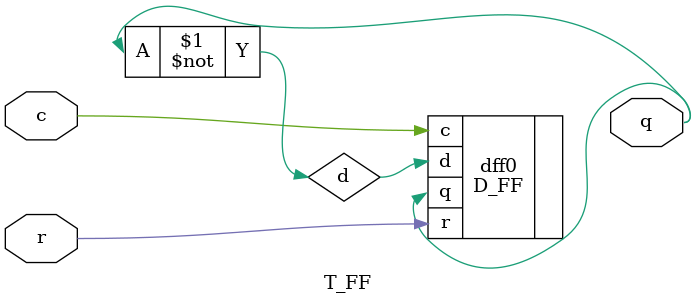
<source format=v>
module T_FF
(
  input c, r,
  output q
);

  wire d;
  
  //Instantiate D_FF
  D_FF dff0
  (
    .c(c),
    .r(r),
    .q(q),
    .d(d)
  );
  
  not n1(d, q);

endmodule
</source>
